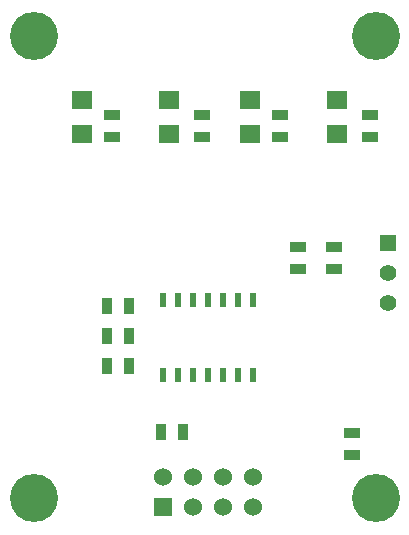
<source format=gts>
G04 (created by PCBNEW (2013-may-18)-stable) date Wed 08 Oct 2014 11:37:39 BST*
%MOIN*%
G04 Gerber Fmt 3.4, Leading zero omitted, Abs format*
%FSLAX34Y34*%
G01*
G70*
G90*
G04 APERTURE LIST*
%ADD10C,0.00590551*%
%ADD11R,0.02X0.045*%
%ADD12R,0.055X0.035*%
%ADD13R,0.035X0.055*%
%ADD14R,0.0709X0.0629*%
%ADD15R,0.055X0.055*%
%ADD16C,0.055*%
%ADD17R,0.06X0.06*%
%ADD18C,0.06*%
%ADD19C,0.16*%
G04 APERTURE END LIST*
G54D10*
G54D11*
X150100Y-100100D03*
X150600Y-100100D03*
X151100Y-100100D03*
X151600Y-100100D03*
X152100Y-100100D03*
X152600Y-100100D03*
X153100Y-100100D03*
X153100Y-97600D03*
X152600Y-97600D03*
X151600Y-97600D03*
X151100Y-97600D03*
X150600Y-97600D03*
X150100Y-97600D03*
X152100Y-97600D03*
G54D12*
X151400Y-91425D03*
X151400Y-92175D03*
X155800Y-96575D03*
X155800Y-95825D03*
G54D13*
X150775Y-102000D03*
X150025Y-102000D03*
G54D12*
X148400Y-91425D03*
X148400Y-92175D03*
X157000Y-91425D03*
X157000Y-92175D03*
X154000Y-91425D03*
X154000Y-92175D03*
X156400Y-102025D03*
X156400Y-102775D03*
X154600Y-96575D03*
X154600Y-95825D03*
G54D14*
X147400Y-92059D03*
X147400Y-90941D03*
X155900Y-92059D03*
X155900Y-90941D03*
X153000Y-92059D03*
X153000Y-90941D03*
X150300Y-92059D03*
X150300Y-90941D03*
G54D15*
X157600Y-95700D03*
G54D16*
X157600Y-96700D03*
X157600Y-97700D03*
G54D17*
X150100Y-104500D03*
G54D18*
X150100Y-103500D03*
X151100Y-104500D03*
X151100Y-103500D03*
X152100Y-104500D03*
X152100Y-103500D03*
X153100Y-104500D03*
X153100Y-103500D03*
G54D13*
X148225Y-99800D03*
X148975Y-99800D03*
X148975Y-97800D03*
X148225Y-97800D03*
X148225Y-98800D03*
X148975Y-98800D03*
G54D19*
X157200Y-104200D03*
X145800Y-104200D03*
X145800Y-88800D03*
X157200Y-88800D03*
M02*

</source>
